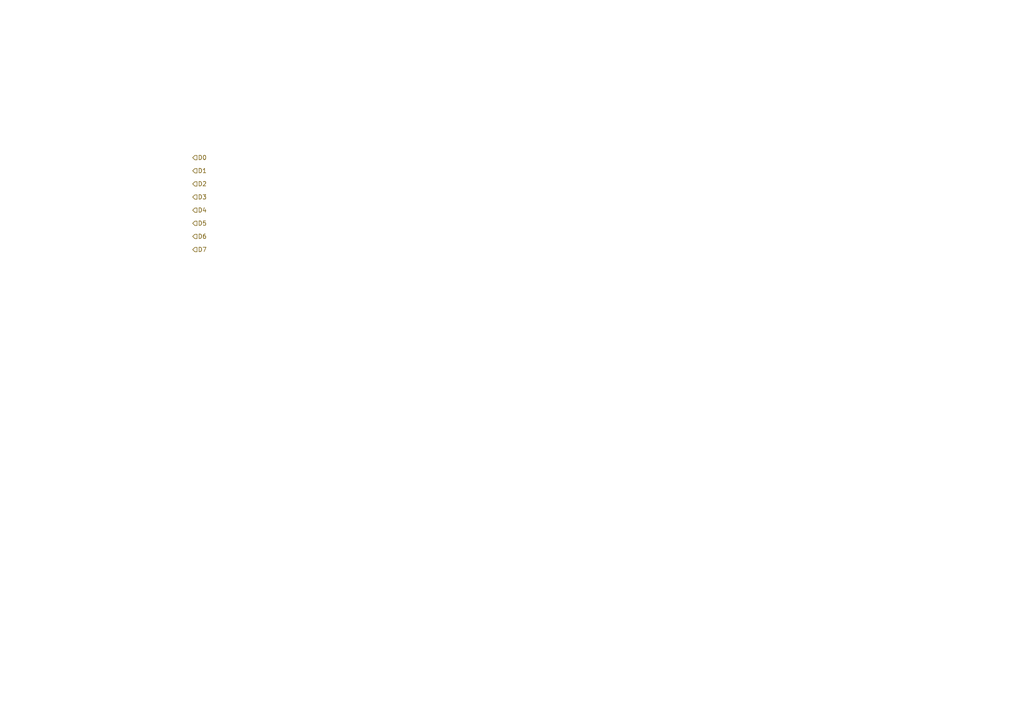
<source format=kicad_sch>
(kicad_sch
	(version 20231120)
	(generator "eeschema")
	(generator_version "8.0")
	(uuid "7f5c27fd-8de1-48ae-a00f-743a40e92857")
	(paper "A4")
	(title_block
		(date "2024-07-16")
		(company "Hans Märki, Märki Informatik")
		(comment 1 "The MIT License (MIT)")
	)
	(lib_symbols)
	(hierarchical_label "D6"
		(shape input)
		(at 55.88 68.58 0)
		(effects
			(font
				(size 1.27 1.27)
			)
			(justify left)
		)
		(uuid "0db3bf5b-3167-475b-873b-295e4779c559")
	)
	(hierarchical_label "D1"
		(shape input)
		(at 55.88 49.53 0)
		(effects
			(font
				(size 1.27 1.27)
			)
			(justify left)
		)
		(uuid "1851d700-15dd-4363-b771-98aab1656c2e")
	)
	(hierarchical_label "D2"
		(shape input)
		(at 55.88 53.34 0)
		(effects
			(font
				(size 1.27 1.27)
			)
			(justify left)
		)
		(uuid "8302f39e-738f-4b33-b3f0-63ecb6ec7258")
	)
	(hierarchical_label "D3"
		(shape input)
		(at 55.88 57.15 0)
		(effects
			(font
				(size 1.27 1.27)
			)
			(justify left)
		)
		(uuid "842146be-ad5e-410d-b315-bbf4f79a3158")
	)
	(hierarchical_label "D7"
		(shape input)
		(at 55.88 72.39 0)
		(effects
			(font
				(size 1.27 1.27)
			)
			(justify left)
		)
		(uuid "9a4e06f1-191a-47eb-b22b-880aa1178672")
	)
	(hierarchical_label "D5"
		(shape input)
		(at 55.88 64.77 0)
		(effects
			(font
				(size 1.27 1.27)
			)
			(justify left)
		)
		(uuid "9d8a04e0-c899-4ed1-8123-9b5e2d088f2c")
	)
	(hierarchical_label "D4"
		(shape input)
		(at 55.88 60.96 0)
		(effects
			(font
				(size 1.27 1.27)
			)
			(justify left)
		)
		(uuid "b3eca72f-6821-4955-a75e-f08afd941249")
	)
	(hierarchical_label "D0"
		(shape input)
		(at 55.88 45.72 0)
		(effects
			(font
				(size 1.27 1.27)
			)
			(justify left)
		)
		(uuid "b931a896-2d84-40d5-a9a0-7c7574ffc144")
	)
)

</source>
